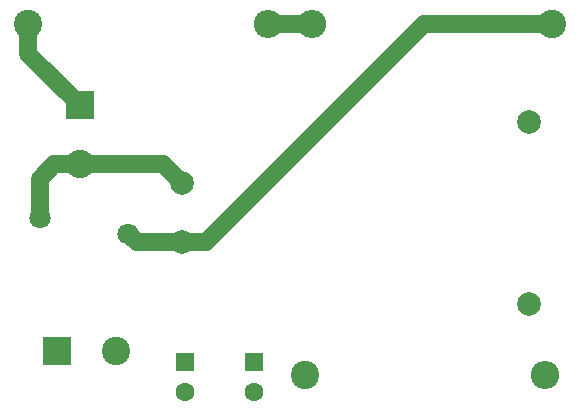
<source format=gbr>
G04 #@! TF.FileFunction,Copper,L1,Top,Signal*
%FSLAX46Y46*%
G04 Gerber Fmt 4.6, Leading zero omitted, Abs format (unit mm)*
G04 Created by KiCad (PCBNEW 4.0.4-stable) date 03/24/18 22:40:38*
%MOMM*%
%LPD*%
G01*
G04 APERTURE LIST*
%ADD10C,0.100000*%
%ADD11C,2.000000*%
%ADD12R,2.400000X2.400000*%
%ADD13C,2.400000*%
%ADD14C,1.800000*%
%ADD15O,2.400000X2.400000*%
%ADD16R,1.600000X1.600000*%
%ADD17C,1.600000*%
%ADD18C,1.500000*%
G04 APERTURE END LIST*
D10*
D11*
X176470000Y-91970000D03*
X176470000Y-76570000D03*
X147070000Y-86770000D03*
X147070000Y-81770000D03*
D12*
X138390000Y-75160000D03*
D13*
X138390000Y-80160000D03*
D12*
X136430000Y-95950000D03*
D13*
X141430000Y-95950000D03*
D14*
X142490000Y-86060000D03*
X134990000Y-84660000D03*
D13*
X134010000Y-68280000D03*
D15*
X154330000Y-68280000D03*
D13*
X178350000Y-68240000D03*
D15*
X158030000Y-68240000D03*
D13*
X157430000Y-97990000D03*
D15*
X177750000Y-97990000D03*
D16*
X153130000Y-96910000D03*
D17*
X153130000Y-99410000D03*
D16*
X147280000Y-96910000D03*
D17*
X147280000Y-99410000D03*
D18*
X134010000Y-68280000D02*
X134010000Y-70780000D01*
X134010000Y-70780000D02*
X138390000Y-75160000D01*
X158030000Y-68240000D02*
X154370000Y-68240000D01*
X154370000Y-68240000D02*
X154330000Y-68280000D01*
X154360000Y-68250000D02*
X154330000Y-68280000D01*
X141250000Y-80160000D02*
X145460000Y-80160000D01*
X138390000Y-80160000D02*
X141250000Y-80160000D01*
X145460000Y-80160000D02*
X147070000Y-81770000D01*
X134990000Y-84660000D02*
X134990000Y-81360000D01*
X136190000Y-80160000D02*
X138390000Y-80160000D01*
X134990000Y-81360000D02*
X136190000Y-80160000D01*
X178350000Y-68240000D02*
X167570000Y-68240000D01*
X149040000Y-86770000D02*
X167560000Y-68250000D01*
X149040000Y-86770000D02*
X147070000Y-86770000D01*
X167570000Y-68240000D02*
X167560000Y-68250000D01*
X142490000Y-86060000D02*
X143200000Y-86770000D01*
X143200000Y-86770000D02*
X147070000Y-86770000D01*
M02*

</source>
